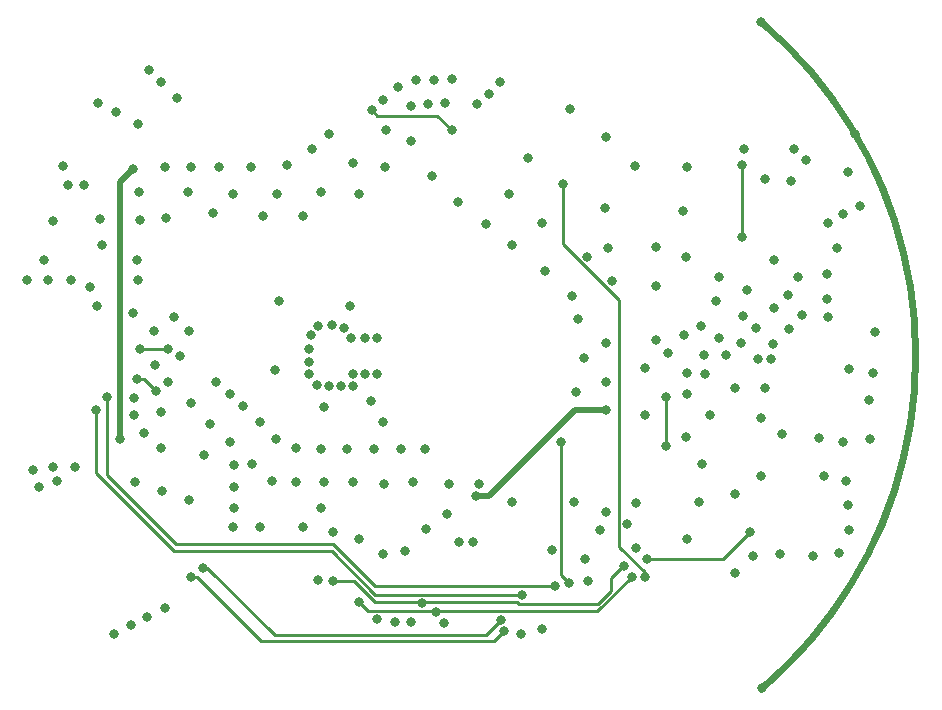
<source format=gbr>
%TF.GenerationSoftware,KiCad,Pcbnew,6.0.4-6f826c9f35~116~ubuntu20.04.1*%
%TF.CreationDate,2023-02-08T16:25:57+00:00*%
%TF.ProjectId,USTTHUNDERMILLPCB01,55535454-4855-44e4-9445-524d494c4c50,rev?*%
%TF.SameCoordinates,Original*%
%TF.FileFunction,Copper,L2,Inr*%
%TF.FilePolarity,Positive*%
%FSLAX46Y46*%
G04 Gerber Fmt 4.6, Leading zero omitted, Abs format (unit mm)*
G04 Created by KiCad (PCBNEW 6.0.4-6f826c9f35~116~ubuntu20.04.1) date 2023-02-08 16:25:57*
%MOMM*%
%LPD*%
G01*
G04 APERTURE LIST*
%TA.AperFunction,NonConductor*%
%ADD10C,0.100000*%
%TD*%
%TA.AperFunction,NonConductor*%
%ADD11C,0.050000*%
%TD*%
%TA.AperFunction,ViaPad*%
%ADD12C,0.800000*%
%TD*%
%TA.AperFunction,Conductor*%
%ADD13C,0.500000*%
%TD*%
%TA.AperFunction,Conductor*%
%ADD14C,0.250000*%
%TD*%
%TA.AperFunction,Conductor*%
%ADD15C,0.200000*%
%TD*%
G04 APERTURE END LIST*
D10*
X34368301Y14235802D02*
X33145401Y16888403D01*
X36172195Y-8684165D02*
X36742004Y-5819358D01*
X35783203Y8590794D02*
X36346900Y5756794D01*
X33145401Y16888403D02*
X31718200Y19436902D01*
X36686599Y-2887287D02*
X36346900Y-5756786D01*
X24159500Y-28287094D02*
X24159500Y-28287094D01*
X23647399Y-28181793D02*
X23904403Y-28488189D01*
X23899696Y27982904D02*
X26021499Y26021504D01*
X37085296Y2918683D02*
X36742004Y5819363D01*
X28287094Y-24159500D02*
X30095397Y-21865600D01*
X30095397Y-21865600D02*
X31718200Y-19436897D01*
X23647399Y28181804D02*
X23899696Y27982904D01*
X33145401Y-16888397D02*
X34368301Y-14235797D01*
X36800003Y4D02*
X36686599Y-2887287D01*
X24159500Y-28287094D02*
X26304397Y-26304397D01*
X23904396Y28488205D02*
X23647399Y28181804D01*
X37085296Y-2918678D02*
X37199996Y0D01*
X36742004Y5819363D02*
X36172195Y8684174D01*
X24159500Y28287104D02*
X23904396Y28488205D01*
X32789001Y-16706893D02*
X31377197Y-19227897D01*
X35783203Y-8590785D02*
X34998901Y-11371795D01*
X35379302Y-11495399D02*
X36172195Y-8684165D01*
X26021499Y-26021499D02*
X23899703Y-27982894D01*
X36172195Y-8684165D02*
X36742004Y-5819358D01*
X27982894Y-23899696D02*
X26021499Y-26021499D01*
X26304397Y-26304397D02*
X28287094Y-24159500D01*
X36742004Y-5819358D02*
X37085296Y-2918678D01*
X34368301Y14235802D02*
X33145401Y16888403D01*
X33998794Y-14082695D02*
X32789001Y-16706893D01*
X37199996Y0D02*
X37085296Y2918683D01*
X30095397Y21865603D02*
X28287094Y24159504D01*
X36800003Y4D02*
X36686599Y-2887287D01*
X27982894Y23899704D02*
X29771797Y21630505D01*
X31377197Y-19227897D02*
X29771797Y-21630493D01*
X23647399Y28181804D02*
X23899696Y27982904D01*
X36686599Y2887295D02*
X36800003Y4D01*
X23899696Y27982904D02*
X26021499Y26021504D01*
X34998901Y11371804D02*
X35783203Y8590794D01*
X33998794Y-14082695D02*
X32789001Y-16706893D01*
X26021499Y26021504D02*
X27982894Y23899704D01*
X29771797Y-21630493D02*
X27982894Y-23899696D01*
X36346900Y-5756786D02*
X35783203Y-8590785D01*
D11*
G36*
X24159500Y28287104D02*
G01*
X26304397Y26304404D01*
X28287094Y24159504D01*
X30095397Y21865603D01*
X31718200Y19436902D01*
X33145401Y16888403D01*
X34368301Y14235802D01*
X35379302Y11495402D01*
X36172195Y8684174D01*
X36742004Y5819363D01*
X37085296Y2918683D01*
X37199996Y0D01*
X37085296Y-2918678D01*
X36742004Y-5819358D01*
X36172195Y-8684165D01*
X35379302Y-11495399D01*
X34368301Y-14235797D01*
X33145401Y-16888397D01*
X31718200Y-19436897D01*
X30095397Y-21865600D01*
X28287094Y-24159500D01*
X26304397Y-26304397D01*
X24159500Y-28287094D01*
X23904403Y-28488189D01*
X23647399Y-28181793D01*
X23899703Y-27982894D01*
X26021499Y-26021499D01*
X27982894Y-23899696D01*
X29771797Y-21630493D01*
X31377197Y-19227897D01*
X32789001Y-16706893D01*
X33998794Y-14082695D01*
X34998901Y-11371795D01*
X35783203Y-8590785D01*
X36346900Y-5756786D01*
X36686599Y-2887287D01*
X36800003Y4D01*
X36686599Y2887295D01*
X36346900Y5756794D01*
X35783203Y8590794D01*
X34998901Y11371804D01*
X33998794Y14082703D01*
X32789001Y16706904D01*
X31377197Y19227904D01*
X29771797Y21630505D01*
X27982894Y23899704D01*
X26021499Y26021504D01*
X23899696Y27982904D01*
X23647399Y28181804D01*
X23904396Y28488205D01*
X24159500Y28287104D01*
G37*
X24159500Y28287104D02*
X26304397Y26304404D01*
X28287094Y24159504D01*
X30095397Y21865603D01*
X31718200Y19436902D01*
X33145401Y16888403D01*
X34368301Y14235802D01*
X35379302Y11495402D01*
X36172195Y8684174D01*
X36742004Y5819363D01*
X37085296Y2918683D01*
X37199996Y0D01*
X37085296Y-2918678D01*
X36742004Y-5819358D01*
X36172195Y-8684165D01*
X35379302Y-11495399D01*
X34368301Y-14235797D01*
X33145401Y-16888397D01*
X31718200Y-19436897D01*
X30095397Y-21865600D01*
X28287094Y-24159500D01*
X26304397Y-26304397D01*
X24159500Y-28287094D01*
X23904403Y-28488189D01*
X23647399Y-28181793D01*
X23899703Y-27982894D01*
X26021499Y-26021499D01*
X27982894Y-23899696D01*
X29771797Y-21630493D01*
X31377197Y-19227897D01*
X32789001Y-16706893D01*
X33998794Y-14082695D01*
X34998901Y-11371795D01*
X35783203Y-8590785D01*
X36346900Y-5756786D01*
X36686599Y-2887287D01*
X36800003Y4D01*
X36686599Y2887295D01*
X36346900Y5756794D01*
X35783203Y8590794D01*
X34998901Y11371804D01*
X33998794Y14082703D01*
X32789001Y16706904D01*
X31377197Y19227904D01*
X29771797Y21630505D01*
X27982894Y23899704D01*
X26021499Y26021504D01*
X23899696Y27982904D01*
X23647399Y28181804D01*
X23904396Y28488205D01*
X24159500Y28287104D01*
D10*
X37199996Y0D02*
X37085296Y2918683D01*
X36172195Y8684174D02*
X35379302Y11495402D01*
X34998901Y-11371795D02*
X33998794Y-14082695D01*
X36346900Y-5756786D02*
X35783203Y-8590785D01*
X27982894Y23899704D02*
X29771797Y21630505D01*
X35783203Y-8590785D02*
X34998901Y-11371795D01*
X34368301Y-14235797D02*
X35379302Y-11495399D01*
X35379302Y11495402D02*
X34368301Y14235802D01*
X32789001Y16706904D02*
X33998794Y14082703D01*
X36686599Y2887295D02*
X36800003Y4D01*
X26304397Y26304404D02*
X24159500Y28287104D01*
X28287094Y24159504D02*
X26304397Y26304404D01*
X28287094Y24159504D02*
X26304397Y26304404D01*
X36346900Y5756794D02*
X36686599Y2887295D01*
X26021499Y26021504D02*
X27982894Y23899704D01*
X34998901Y11371804D02*
X35783203Y8590794D01*
X34998901Y-11371795D02*
X33998794Y-14082695D01*
X35783203Y8590794D02*
X36346900Y5756794D01*
X32789001Y-16706893D02*
X31377197Y-19227897D01*
X23904396Y28488205D02*
X23647399Y28181804D01*
X23647399Y-28181793D02*
X23904403Y-28488189D01*
X31718200Y19436902D02*
X30095397Y21865603D01*
X29771797Y-21630493D02*
X27982894Y-23899696D01*
X36172195Y8684174D02*
X35379302Y11495402D01*
X24159500Y28287104D02*
X23904396Y28488205D01*
X27982894Y-23899696D02*
X26021499Y-26021499D01*
X26304397Y26304404D02*
X24159500Y28287104D01*
X31718200Y-19436897D02*
X33145401Y-16888397D01*
X31718200Y-19436897D02*
X33145401Y-16888397D01*
X31718200Y19436902D02*
X30095397Y21865603D01*
X36742004Y-5819358D02*
X37085296Y-2918678D01*
X30095397Y21865603D02*
X28287094Y24159504D01*
X37085296Y2918683D02*
X36742004Y5819363D01*
X29771797Y21630505D02*
X31377197Y19227904D01*
X26021499Y-26021499D02*
X23899703Y-27982894D01*
X31377197Y19227904D02*
X32789001Y16706904D01*
X33145401Y-16888397D02*
X34368301Y-14235797D01*
X35379302Y11495402D02*
X34368301Y14235802D01*
X31377197Y-19227897D02*
X29771797Y-21630493D01*
X36686599Y-2887287D02*
X36346900Y-5756786D01*
X33145401Y16888403D02*
X31718200Y19436902D01*
X23904403Y-28488189D02*
X24159500Y-28287094D01*
X29771797Y21630505D02*
X31377197Y19227904D01*
X23899703Y-27982894D02*
X23647399Y-28181793D01*
X24159500Y-28287094D02*
X24159500Y-28287094D01*
X33998794Y14082703D02*
X34998901Y11371804D01*
X35379302Y-11495399D02*
X36172195Y-8684165D01*
X37085296Y-2918678D02*
X37199996Y0D01*
X28287094Y-24159500D02*
X30095397Y-21865600D01*
X36742004Y5819363D02*
X36172195Y8684174D01*
X33998794Y14082703D02*
X34998901Y11371804D01*
X32789001Y16706904D02*
X33998794Y14082703D01*
X30095397Y-21865600D02*
X31718200Y-19436897D01*
X31377197Y19227904D02*
X32789001Y16706904D01*
X26304397Y-26304397D02*
X28287094Y-24159500D01*
X23899703Y-27982894D02*
X23647399Y-28181793D01*
X24159500Y-28287094D02*
X26304397Y-26304397D01*
X36346900Y5756794D02*
X36686599Y2887295D01*
X34368301Y-14235797D02*
X35379302Y-11495399D01*
X23904403Y-28488189D02*
X24159500Y-28287094D01*
D12*
%TO.N,+5V*%
X-30359000Y-7068000D03*
X-29300000Y15750000D03*
%TO.N,+3V3*%
X10297600Y-14804400D03*
X10789000Y-4655000D03*
X-260000Y-11894000D03*
%TO.N,/CPU/RST#_P*%
X13345600Y-12518400D03*
%TO.N,/CPU/PB6*%
X8100000Y-12450000D03*
%TO.N,/CPU/PB7*%
X10805600Y-13280400D03*
%TO.N,/CPU/PB5*%
X12583600Y-14296400D03*
%TO.N,/CPU/TIMEPULSE*%
X6979000Y-7322000D03*
X7614000Y-19260000D03*
%TO.N,Net-(R8-Pad2)*%
X-12643200Y18744000D03*
%TO.N,Net-(R9-Pad2)*%
X4206800Y16744000D03*
%TO.N,/tachometer/COUNT_1*%
X-9075995Y20792886D03*
X-2292000Y19094000D03*
%TO.N,/CPU/PC1*%
X-10166000Y-20911000D03*
X12948000Y-18752000D03*
X-3637363Y-21712500D03*
%TO.N,/CPU/PC0*%
X12313000Y-17863000D03*
X-27303944Y-3004000D03*
X-4832000Y-20950500D03*
X-28962000Y-1988000D03*
X-12325000Y-19133000D03*
%TO.N,/CPU/RX0*%
X-23374000Y-17990000D03*
X1899000Y-22435000D03*
%TO.N,/CPU/TX0*%
X-24390000Y-18752000D03*
X2159849Y-23347970D03*
%TO.N,/CPU/TX1*%
X-31502000Y-3512000D03*
X6471000Y-19514000D03*
%TO.N,/CPU/RX1*%
X3634019Y-20276000D03*
X-32391000Y-4655000D03*
%TO.N,/CPU/BTN*%
X14218000Y-17228000D03*
X22981000Y-14942000D03*
%TO.N,/CPU/GEO_STAT*%
X-28708000Y552000D03*
X-26295000Y552000D03*
%TO.N,ROTOR_GND*%
X-20707000Y-12910000D03*
X17393000Y1695000D03*
X-29089000Y-10751000D03*
X3550000Y-23578000D03*
X-26600000Y15950000D03*
X-17151000Y-7068000D03*
X26664000Y17443000D03*
X-2292000Y23412000D03*
X-26549000Y-21419000D03*
X8376000Y3092000D03*
X-24650000Y13800000D03*
X-5721000Y-22562000D03*
X33400000Y-1450000D03*
X-33407000Y14395000D03*
X-3943000Y15157000D03*
X-21088000Y-3258000D03*
X29204000Y-10243000D03*
X5582000Y7156000D03*
X-17278000Y-1226000D03*
X2534000Y13633000D03*
X-26295000Y-2242000D03*
X-10100000Y13700000D03*
X-14357000Y-1607000D03*
X-19945000Y-4274000D03*
X-28708000Y11474000D03*
X-6000Y-10878000D03*
X22727000Y5505000D03*
X-8642000Y-1607000D03*
X25013000Y8045000D03*
X-17100000Y13700000D03*
X22219000Y1060000D03*
X-26450000Y11650000D03*
X-14357000Y-591000D03*
X-19183000Y-9227000D03*
X10789000Y18459000D03*
X9011000Y-17228000D03*
X-16897000Y4616000D03*
X-28800000Y13800000D03*
X-12325000Y-14942000D03*
X-1657000Y-15831000D03*
X28800000Y-7000000D03*
X-8134000Y-5671000D03*
X-29216000Y-3639000D03*
X19552000Y-5036000D03*
X10789000Y1060000D03*
X-5340000Y23285000D03*
X-29470000Y-22816000D03*
X-24517000Y-12275000D03*
X-24390000Y-4020000D03*
X5328000Y-23197000D03*
X-11182000Y-7957000D03*
X29450000Y6900000D03*
X-514000Y-15831000D03*
X-10674000Y-10751000D03*
X-2546000Y-10878000D03*
X23870000Y-5290000D03*
X20314000Y1441000D03*
X9265000Y-19133000D03*
X-22500000Y12050000D03*
X-11436000Y2330000D03*
X7741000Y20872000D03*
X-8642000Y1441000D03*
X17647000Y-3258000D03*
X-15500000Y-10751000D03*
X-35693000Y-10624000D03*
X-25279000Y-83000D03*
X-6229000Y-16593000D03*
X-37725000Y-9735000D03*
X-12706000Y-2623000D03*
X-30867000Y-23578000D03*
X-10674000Y-2623000D03*
X29585000Y3219000D03*
X-13350000Y13800000D03*
X-30740000Y20618000D03*
X17266000Y12236000D03*
X17647000Y15919000D03*
X883000Y22142000D03*
X-13595000Y2457000D03*
X25521000Y-16847000D03*
X-27500000Y2050000D03*
X-10166000Y-15577000D03*
X10662000Y12490000D03*
X30855000Y11982000D03*
X17520000Y-6941000D03*
X-28073000Y-22181000D03*
X22346000Y3346000D03*
X-32900000Y5800000D03*
X-19250000Y15950000D03*
X629000Y11093000D03*
X-34550000Y6394000D03*
X-36455000Y6394000D03*
X31236000Y15538000D03*
X-1784000Y12998000D03*
X-28835000Y6394000D03*
X-6850000Y22750000D03*
X31236000Y-12656000D03*
X-29250000Y3600000D03*
X-11690000Y-2623000D03*
X-18548000Y-14561000D03*
X-20800000Y13700000D03*
X29585000Y11220000D03*
X21700000Y-18400000D03*
X20314000Y6648000D03*
X1772000Y23158000D03*
X-29216000Y-5036000D03*
X18790000Y2457000D03*
X-28327000Y-6560000D03*
X15996000Y171000D03*
X30850000Y-7300000D03*
X-21088000Y-7322000D03*
X-13087000Y-10751000D03*
X-35185000Y16046000D03*
X33014000Y-3766000D03*
X-8007000Y-10878000D03*
X-34804000Y14395000D03*
X-4300000Y21300000D03*
X30474000Y-16720000D03*
X-14865000Y-14561000D03*
X-7118000Y-22562000D03*
X-13341000Y-7957000D03*
X20060000Y4616000D03*
X-9658000Y-1607000D03*
X-13595000Y-19006000D03*
X-23250000Y-8400000D03*
X-36074000Y11347000D03*
X24886000Y933000D03*
X14980000Y9188000D03*
X-28835000Y19602000D03*
X-4451000Y-14688000D03*
X24759000Y-337000D03*
X-13341000Y-12910000D03*
X13329000Y-16339000D03*
X-3816000Y23285000D03*
X-9150000Y-3893000D03*
X-31883000Y9315000D03*
X11291944Y6261944D03*
X31350000Y-1150000D03*
X-14230000Y1695000D03*
X8884000Y-210000D03*
X-38233000Y6394000D03*
X-34169000Y-9481000D03*
X-5721000Y21126000D03*
X-24517000Y2076000D03*
X-2850000Y21350000D03*
X33550000Y1950000D03*
X-133000Y21253000D03*
X29450000Y4800000D03*
X18917000Y-9227000D03*
X-28962000Y8045000D03*
X-4578000Y-7957000D03*
X-10674000Y-1607000D03*
X-18300000Y11800000D03*
X18663000Y-12402000D03*
X-6610000Y-7957000D03*
X25648000Y-6687000D03*
X6217000Y-16466000D03*
X9196444Y8357444D03*
X-2673000Y-13418000D03*
X-20750000Y-9300000D03*
X-22231000Y-2242000D03*
X32252000Y12617000D03*
X-12452000Y2584000D03*
X24251000Y14903000D03*
X33150000Y-7050000D03*
X-32300000Y4150000D03*
X-36836000Y8045000D03*
X-26803000Y-11513000D03*
X23616000Y-337000D03*
X27400000Y3400000D03*
X-14900000Y11800000D03*
X27045000Y6648000D03*
X-8134000Y-16847000D03*
X-32264000Y21380000D03*
X26283000Y2203000D03*
X-7900000Y15950000D03*
X5328000Y11220000D03*
X-8100000Y21600000D03*
X27680000Y16554000D03*
X-8896000Y-7957000D03*
X-22739000Y-5798000D03*
X17647000Y-1480000D03*
X2788000Y9315000D03*
X-27946000Y24174000D03*
X31109000Y-10624000D03*
X-13087000Y-4401000D03*
X21711000Y-2750000D03*
X-10900000Y4150000D03*
X-8642000Y-22347500D03*
X-22000000Y15950000D03*
X19171000Y-1607000D03*
X-2927000Y-22689000D03*
X20949000Y44000D03*
X-14357000Y552000D03*
X-24400000Y15950000D03*
X14980000Y5886000D03*
X25013000Y3981000D03*
X13202000Y16046000D03*
X26156000Y5124000D03*
X31363000Y-14815000D03*
X23235000Y-16974000D03*
X-25787000Y3219000D03*
X-20707000Y-11132000D03*
X-27438000Y-845000D03*
X2788000Y-12402000D03*
X-10801000Y1441000D03*
X-5750000Y18150000D03*
X28315000Y-16974000D03*
X-16200000Y16100000D03*
X23489000Y2330000D03*
X14091000Y-1099000D03*
X23870000Y-10243000D03*
X7868000Y4997000D03*
X30347000Y9061000D03*
X24251000Y-2750000D03*
X-7850000Y19050000D03*
X22473000Y17443000D03*
X-18548000Y-5671000D03*
X10916000Y9061000D03*
X26410000Y14776000D03*
X21711000Y-11767000D03*
X-17532000Y-10624000D03*
X14091000Y-5036000D03*
X-5594000Y-10751000D03*
X-20834000Y-14561000D03*
X17520000Y8299000D03*
X-26930000Y23158000D03*
X8249000Y-3131000D03*
X-10684447Y16269441D03*
X-14103000Y17443000D03*
X-36074000Y-9481000D03*
X-26930000Y-7830000D03*
X10789000Y-2242000D03*
X-26900000Y-4750000D03*
X-13722000Y-2496000D03*
X-15500000Y-7830000D03*
X-9658000Y1441000D03*
X-25533000Y21761000D03*
X14980000Y1314000D03*
X-32050000Y11550000D03*
X17647000Y-15577000D03*
X19044000Y44000D03*
X-37217000Y-11132000D03*
%TO.N,STATOR*%
X31896400Y18738400D03*
X23920800Y28238000D03*
X24010000Y-28130000D03*
%TO.N,PA1*%
X22301200Y16107600D03*
X22275800Y9986200D03*
X15869000Y-3512000D03*
X15869000Y-7703000D03*
%TO.N,COUNT_2*%
X7156800Y14544000D03*
X14091000Y-18752000D03*
%TD*%
D13*
%TO.N,+5V*%
X-30359000Y14691000D02*
X-29300000Y15750000D01*
X-30359000Y-7068000D02*
X-30359000Y14691000D01*
%TO.N,+3V3*%
X10789000Y-4655000D02*
X8122000Y-4655000D01*
X8122000Y-4655000D02*
X883000Y-11894000D01*
X883000Y-11894000D02*
X-260000Y-11894000D01*
D14*
%TO.N,/CPU/TIMEPULSE*%
X6979000Y-7322000D02*
X6979000Y-18625000D01*
X6979000Y-18625000D02*
X7614000Y-19260000D01*
%TO.N,/tachometer/COUNT_1*%
X-8577109Y20294000D02*
X-9075995Y20792886D01*
X-3492000Y20294000D02*
X-8577109Y20294000D01*
X-2292000Y19094000D02*
X-3492000Y20294000D01*
%TO.N,/CPU/PC1*%
X-10166000Y-20911000D02*
X-9404000Y-21673000D01*
X-9404000Y-21673000D02*
X10027000Y-21673000D01*
X10027000Y-21673000D02*
X12948000Y-18752000D01*
%TO.N,/CPU/PC0*%
X3397742Y-21038000D02*
X3270742Y-20911000D01*
X12313000Y-17863000D02*
X12186000Y-17863000D01*
X3270742Y-20911000D02*
X-8769000Y-20911000D01*
X10096994Y-21038000D02*
X3397742Y-21038000D01*
X-10547000Y-19133000D02*
X-12325000Y-19133000D01*
X-8769000Y-20911000D02*
X-10547000Y-19133000D01*
X11170000Y-18879000D02*
X11170000Y-19964994D01*
X-28962000Y-1988000D02*
X-28319944Y-1988000D01*
X-28319944Y-1988000D02*
X-27303944Y-3004000D01*
X12186000Y-17863000D02*
X11170000Y-18879000D01*
X11170000Y-19964994D02*
X10096994Y-21038000D01*
%TO.N,/CPU/RX0*%
X629000Y-23705000D02*
X1899000Y-22435000D01*
X-22993000Y-17990000D02*
X-17278000Y-23705000D01*
X-17278000Y-23705000D02*
X629000Y-23705000D01*
X-23374000Y-17990000D02*
X-22993000Y-17990000D01*
%TO.N,/CPU/TX0*%
X-23882000Y-18752000D02*
X-18421000Y-24213000D01*
X-24390000Y-18752000D02*
X-23882000Y-18752000D01*
X1294819Y-24213000D02*
X2159849Y-23347970D01*
X-18421000Y-24213000D02*
X1294819Y-24213000D01*
%TO.N,/CPU/TX1*%
X-31502000Y-10116000D02*
X-25660000Y-15958000D01*
X-12325000Y-15958000D02*
X-8769000Y-19514000D01*
X-31502000Y-3512000D02*
X-31502000Y-10116000D01*
X-8769000Y-19514000D02*
X6471000Y-19514000D01*
X-25660000Y-15958000D02*
X-12325000Y-15958000D01*
%TO.N,/CPU/RX1*%
X3634019Y-20276000D02*
X-8769000Y-20276000D01*
X-32391000Y-9989000D02*
X-32391000Y-4655000D01*
X-25787000Y-16593000D02*
X-32391000Y-9989000D01*
X-12452000Y-16593000D02*
X-25787000Y-16593000D01*
X-8769000Y-20276000D02*
X-12452000Y-16593000D01*
%TO.N,/CPU/BTN*%
X14218000Y-17228000D02*
X20695000Y-17228000D01*
X20695000Y-17228000D02*
X22981000Y-14942000D01*
%TO.N,/CPU/GEO_STAT*%
X-26295000Y552000D02*
X-28708000Y552000D01*
D15*
%TO.N,STATOR*%
X33998794Y14082703D02*
X34998901Y11371804D01*
X28287094Y24159504D02*
X26304397Y26304404D01*
X36346900Y-5756786D02*
X35783203Y-8590785D01*
X33998794Y-14082695D02*
X32789001Y-16706893D01*
X36686599Y2887295D02*
X36800003Y4D01*
X23899703Y-27982894D02*
X23647399Y-28181793D01*
X26021499Y-26021499D02*
X23899703Y-27982894D01*
X36800003Y4D02*
X36686599Y-2887287D01*
X32789001Y16706904D02*
X33998794Y14082703D01*
X34368301Y-14235797D02*
X35379302Y-11495399D01*
X23904403Y-28488189D02*
X24159500Y-28287094D01*
X34998901Y11371804D02*
X35783203Y8590794D01*
X26304397Y26304404D02*
X24159500Y28287104D01*
X36742004Y5819363D02*
X36172195Y8684174D01*
X33145401Y16888403D02*
X31718200Y19436902D01*
X24159500Y-28287094D02*
X26304397Y-26304397D01*
X27982894Y23899704D02*
X29771797Y21630505D01*
X31718200Y19436902D02*
X30095397Y21865603D01*
X23647399Y28181804D02*
X23899696Y27982904D01*
X35379302Y-11495399D02*
X36172195Y-8684165D01*
X23647399Y-28181793D02*
X23904403Y-28488189D01*
D14*
X23920800Y28238000D02*
X23743000Y28238000D01*
D15*
X35783203Y8590794D02*
X36346900Y5756794D01*
X31377197Y-19227897D02*
X29771797Y-21630493D01*
X36346900Y5756794D02*
X36686599Y2887295D01*
X36172195Y8684174D02*
X35379302Y11495402D01*
X23904396Y28488205D02*
X23647399Y28181804D01*
X36742004Y-5819358D02*
X37085296Y-2918678D01*
X37199996Y0D02*
X37085296Y2918683D01*
X23899696Y27982904D02*
X26021499Y26021504D01*
X28287094Y-24159500D02*
X30095397Y-21865600D01*
X31718200Y-19436897D02*
X33145401Y-16888397D01*
X37085296Y-2918678D02*
X37199996Y0D01*
X35783203Y-8590785D02*
X34998901Y-11371795D01*
X29771797Y21630505D02*
X31377197Y19227904D01*
X24159500Y-28287094D02*
X24159500Y-28287094D01*
X33145401Y-16888397D02*
X34368301Y-14235797D01*
X26304397Y-26304397D02*
X28287094Y-24159500D01*
X29771797Y-21630493D02*
X27982894Y-23899696D01*
X27982894Y-23899696D02*
X26021499Y-26021499D01*
X35379302Y11495402D02*
X34368301Y14235802D01*
X30095397Y21865603D02*
X28287094Y24159504D01*
X31377197Y19227904D02*
X32789001Y16706904D01*
X30095397Y-21865600D02*
X31718200Y-19436897D01*
X24159500Y28287104D02*
X23904396Y28488205D01*
X34368301Y14235802D02*
X33145401Y16888403D01*
X34998901Y-11371795D02*
X33998794Y-14082695D01*
X26021499Y26021504D02*
X27982894Y23899704D01*
X36172195Y-8684165D02*
X36742004Y-5819358D01*
X37085296Y2918683D02*
X36742004Y5819363D01*
X32789001Y-16706893D02*
X31377197Y-19227897D01*
X36686599Y-2887287D02*
X36346900Y-5756786D01*
D14*
%TO.N,PA1*%
X22301200Y10011600D02*
X22275800Y9986200D01*
X15869000Y-7703000D02*
X15869000Y-3512000D01*
X22301200Y16107600D02*
X22301200Y10011600D01*
%TO.N,COUNT_2*%
X11909089Y4690911D02*
X7156800Y9443200D01*
X11909089Y-16189089D02*
X11909089Y4690911D01*
X14091000Y-18752000D02*
X14091000Y-18371000D01*
X14091000Y-18371000D02*
X11909089Y-16189089D01*
X7156800Y9443200D02*
X7156800Y14544000D01*
%TD*%
M02*

</source>
